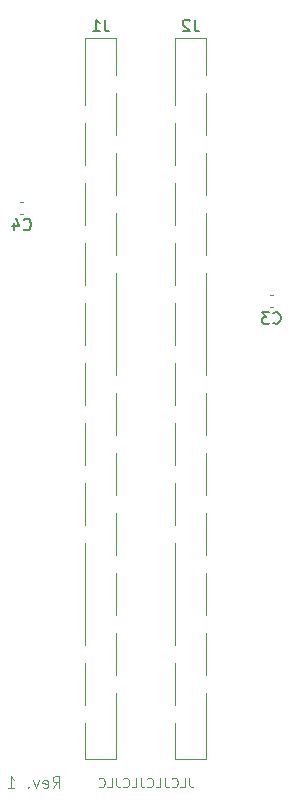
<source format=gbr>
G04 #@! TF.GenerationSoftware,KiCad,Pcbnew,9.0.6*
G04 #@! TF.CreationDate,2025-12-15T20:36:39+09:00*
G04 #@! TF.ProjectId,bionic-hd64180s,62696f6e-6963-42d6-9864-363431383073,1*
G04 #@! TF.SameCoordinates,Original*
G04 #@! TF.FileFunction,Legend,Bot*
G04 #@! TF.FilePolarity,Positive*
%FSLAX46Y46*%
G04 Gerber Fmt 4.6, Leading zero omitted, Abs format (unit mm)*
G04 Created by KiCad (PCBNEW 9.0.6) date 2025-12-15 20:36:39*
%MOMM*%
%LPD*%
G01*
G04 APERTURE LIST*
%ADD10C,0.100000*%
%ADD11C,0.125000*%
%ADD12C,0.150000*%
%ADD13C,0.120000*%
G04 APERTURE END LIST*
D10*
X117395238Y-136406895D02*
X117395238Y-136978323D01*
X117395238Y-136978323D02*
X117433333Y-137092609D01*
X117433333Y-137092609D02*
X117509524Y-137168800D01*
X117509524Y-137168800D02*
X117623809Y-137206895D01*
X117623809Y-137206895D02*
X117700000Y-137206895D01*
X116633333Y-137206895D02*
X117014285Y-137206895D01*
X117014285Y-137206895D02*
X117014285Y-136406895D01*
X115909523Y-137130704D02*
X115947619Y-137168800D01*
X115947619Y-137168800D02*
X116061904Y-137206895D01*
X116061904Y-137206895D02*
X116138095Y-137206895D01*
X116138095Y-137206895D02*
X116252381Y-137168800D01*
X116252381Y-137168800D02*
X116328571Y-137092609D01*
X116328571Y-137092609D02*
X116366666Y-137016419D01*
X116366666Y-137016419D02*
X116404762Y-136864038D01*
X116404762Y-136864038D02*
X116404762Y-136749752D01*
X116404762Y-136749752D02*
X116366666Y-136597371D01*
X116366666Y-136597371D02*
X116328571Y-136521180D01*
X116328571Y-136521180D02*
X116252381Y-136444990D01*
X116252381Y-136444990D02*
X116138095Y-136406895D01*
X116138095Y-136406895D02*
X116061904Y-136406895D01*
X116061904Y-136406895D02*
X115947619Y-136444990D01*
X115947619Y-136444990D02*
X115909523Y-136483085D01*
X115338095Y-136406895D02*
X115338095Y-136978323D01*
X115338095Y-136978323D02*
X115376190Y-137092609D01*
X115376190Y-137092609D02*
X115452381Y-137168800D01*
X115452381Y-137168800D02*
X115566666Y-137206895D01*
X115566666Y-137206895D02*
X115642857Y-137206895D01*
X114576190Y-137206895D02*
X114957142Y-137206895D01*
X114957142Y-137206895D02*
X114957142Y-136406895D01*
X113852380Y-137130704D02*
X113890476Y-137168800D01*
X113890476Y-137168800D02*
X114004761Y-137206895D01*
X114004761Y-137206895D02*
X114080952Y-137206895D01*
X114080952Y-137206895D02*
X114195238Y-137168800D01*
X114195238Y-137168800D02*
X114271428Y-137092609D01*
X114271428Y-137092609D02*
X114309523Y-137016419D01*
X114309523Y-137016419D02*
X114347619Y-136864038D01*
X114347619Y-136864038D02*
X114347619Y-136749752D01*
X114347619Y-136749752D02*
X114309523Y-136597371D01*
X114309523Y-136597371D02*
X114271428Y-136521180D01*
X114271428Y-136521180D02*
X114195238Y-136444990D01*
X114195238Y-136444990D02*
X114080952Y-136406895D01*
X114080952Y-136406895D02*
X114004761Y-136406895D01*
X114004761Y-136406895D02*
X113890476Y-136444990D01*
X113890476Y-136444990D02*
X113852380Y-136483085D01*
X113280952Y-136406895D02*
X113280952Y-136978323D01*
X113280952Y-136978323D02*
X113319047Y-137092609D01*
X113319047Y-137092609D02*
X113395238Y-137168800D01*
X113395238Y-137168800D02*
X113509523Y-137206895D01*
X113509523Y-137206895D02*
X113585714Y-137206895D01*
X112519047Y-137206895D02*
X112899999Y-137206895D01*
X112899999Y-137206895D02*
X112899999Y-136406895D01*
X111795237Y-137130704D02*
X111833333Y-137168800D01*
X111833333Y-137168800D02*
X111947618Y-137206895D01*
X111947618Y-137206895D02*
X112023809Y-137206895D01*
X112023809Y-137206895D02*
X112138095Y-137168800D01*
X112138095Y-137168800D02*
X112214285Y-137092609D01*
X112214285Y-137092609D02*
X112252380Y-137016419D01*
X112252380Y-137016419D02*
X112290476Y-136864038D01*
X112290476Y-136864038D02*
X112290476Y-136749752D01*
X112290476Y-136749752D02*
X112252380Y-136597371D01*
X112252380Y-136597371D02*
X112214285Y-136521180D01*
X112214285Y-136521180D02*
X112138095Y-136444990D01*
X112138095Y-136444990D02*
X112023809Y-136406895D01*
X112023809Y-136406895D02*
X111947618Y-136406895D01*
X111947618Y-136406895D02*
X111833333Y-136444990D01*
X111833333Y-136444990D02*
X111795237Y-136483085D01*
X111223809Y-136406895D02*
X111223809Y-136978323D01*
X111223809Y-136978323D02*
X111261904Y-137092609D01*
X111261904Y-137092609D02*
X111338095Y-137168800D01*
X111338095Y-137168800D02*
X111452380Y-137206895D01*
X111452380Y-137206895D02*
X111528571Y-137206895D01*
X110461904Y-137206895D02*
X110842856Y-137206895D01*
X110842856Y-137206895D02*
X110842856Y-136406895D01*
X109738094Y-137130704D02*
X109776190Y-137168800D01*
X109776190Y-137168800D02*
X109890475Y-137206895D01*
X109890475Y-137206895D02*
X109966666Y-137206895D01*
X109966666Y-137206895D02*
X110080952Y-137168800D01*
X110080952Y-137168800D02*
X110157142Y-137092609D01*
X110157142Y-137092609D02*
X110195237Y-137016419D01*
X110195237Y-137016419D02*
X110233333Y-136864038D01*
X110233333Y-136864038D02*
X110233333Y-136749752D01*
X110233333Y-136749752D02*
X110195237Y-136597371D01*
X110195237Y-136597371D02*
X110157142Y-136521180D01*
X110157142Y-136521180D02*
X110080952Y-136444990D01*
X110080952Y-136444990D02*
X109966666Y-136406895D01*
X109966666Y-136406895D02*
X109890475Y-136406895D01*
X109890475Y-136406895D02*
X109776190Y-136444990D01*
X109776190Y-136444990D02*
X109738094Y-136483085D01*
D11*
X105823240Y-137258119D02*
X106156573Y-136781928D01*
X106394668Y-137258119D02*
X106394668Y-136258119D01*
X106394668Y-136258119D02*
X106013716Y-136258119D01*
X106013716Y-136258119D02*
X105918478Y-136305738D01*
X105918478Y-136305738D02*
X105870859Y-136353357D01*
X105870859Y-136353357D02*
X105823240Y-136448595D01*
X105823240Y-136448595D02*
X105823240Y-136591452D01*
X105823240Y-136591452D02*
X105870859Y-136686690D01*
X105870859Y-136686690D02*
X105918478Y-136734309D01*
X105918478Y-136734309D02*
X106013716Y-136781928D01*
X106013716Y-136781928D02*
X106394668Y-136781928D01*
X105013716Y-137210500D02*
X105108954Y-137258119D01*
X105108954Y-137258119D02*
X105299430Y-137258119D01*
X105299430Y-137258119D02*
X105394668Y-137210500D01*
X105394668Y-137210500D02*
X105442287Y-137115261D01*
X105442287Y-137115261D02*
X105442287Y-136734309D01*
X105442287Y-136734309D02*
X105394668Y-136639071D01*
X105394668Y-136639071D02*
X105299430Y-136591452D01*
X105299430Y-136591452D02*
X105108954Y-136591452D01*
X105108954Y-136591452D02*
X105013716Y-136639071D01*
X105013716Y-136639071D02*
X104966097Y-136734309D01*
X104966097Y-136734309D02*
X104966097Y-136829547D01*
X104966097Y-136829547D02*
X105442287Y-136924785D01*
X104632763Y-136591452D02*
X104394668Y-137258119D01*
X104394668Y-137258119D02*
X104156573Y-136591452D01*
X103775620Y-137162880D02*
X103728001Y-137210500D01*
X103728001Y-137210500D02*
X103775620Y-137258119D01*
X103775620Y-137258119D02*
X103823239Y-137210500D01*
X103823239Y-137210500D02*
X103775620Y-137162880D01*
X103775620Y-137162880D02*
X103775620Y-137258119D01*
X102013716Y-137258119D02*
X102585144Y-137258119D01*
X102299430Y-137258119D02*
X102299430Y-136258119D01*
X102299430Y-136258119D02*
X102394668Y-136400976D01*
X102394668Y-136400976D02*
X102489906Y-136496214D01*
X102489906Y-136496214D02*
X102585144Y-136543833D01*
D12*
X103377566Y-89950580D02*
X103425185Y-89998200D01*
X103425185Y-89998200D02*
X103568042Y-90045819D01*
X103568042Y-90045819D02*
X103663280Y-90045819D01*
X103663280Y-90045819D02*
X103806137Y-89998200D01*
X103806137Y-89998200D02*
X103901375Y-89902961D01*
X103901375Y-89902961D02*
X103948994Y-89807723D01*
X103948994Y-89807723D02*
X103996613Y-89617247D01*
X103996613Y-89617247D02*
X103996613Y-89474390D01*
X103996613Y-89474390D02*
X103948994Y-89283914D01*
X103948994Y-89283914D02*
X103901375Y-89188676D01*
X103901375Y-89188676D02*
X103806137Y-89093438D01*
X103806137Y-89093438D02*
X103663280Y-89045819D01*
X103663280Y-89045819D02*
X103568042Y-89045819D01*
X103568042Y-89045819D02*
X103425185Y-89093438D01*
X103425185Y-89093438D02*
X103377566Y-89141057D01*
X102520423Y-89379152D02*
X102520423Y-90045819D01*
X102758518Y-88998200D02*
X102996613Y-89712485D01*
X102996613Y-89712485D02*
X102377566Y-89712485D01*
X117843333Y-72204819D02*
X117843333Y-72919104D01*
X117843333Y-72919104D02*
X117890952Y-73061961D01*
X117890952Y-73061961D02*
X117986190Y-73157200D01*
X117986190Y-73157200D02*
X118129047Y-73204819D01*
X118129047Y-73204819D02*
X118224285Y-73204819D01*
X117414761Y-72300057D02*
X117367142Y-72252438D01*
X117367142Y-72252438D02*
X117271904Y-72204819D01*
X117271904Y-72204819D02*
X117033809Y-72204819D01*
X117033809Y-72204819D02*
X116938571Y-72252438D01*
X116938571Y-72252438D02*
X116890952Y-72300057D01*
X116890952Y-72300057D02*
X116843333Y-72395295D01*
X116843333Y-72395295D02*
X116843333Y-72490533D01*
X116843333Y-72490533D02*
X116890952Y-72633390D01*
X116890952Y-72633390D02*
X117462380Y-73204819D01*
X117462380Y-73204819D02*
X116843333Y-73204819D01*
X110223333Y-72204819D02*
X110223333Y-72919104D01*
X110223333Y-72919104D02*
X110270952Y-73061961D01*
X110270952Y-73061961D02*
X110366190Y-73157200D01*
X110366190Y-73157200D02*
X110509047Y-73204819D01*
X110509047Y-73204819D02*
X110604285Y-73204819D01*
X109223333Y-73204819D02*
X109794761Y-73204819D01*
X109509047Y-73204819D02*
X109509047Y-72204819D01*
X109509047Y-72204819D02*
X109604285Y-72347676D01*
X109604285Y-72347676D02*
X109699523Y-72442914D01*
X109699523Y-72442914D02*
X109794761Y-72490533D01*
X124509266Y-97867780D02*
X124556885Y-97915400D01*
X124556885Y-97915400D02*
X124699742Y-97963019D01*
X124699742Y-97963019D02*
X124794980Y-97963019D01*
X124794980Y-97963019D02*
X124937837Y-97915400D01*
X124937837Y-97915400D02*
X125033075Y-97820161D01*
X125033075Y-97820161D02*
X125080694Y-97724923D01*
X125080694Y-97724923D02*
X125128313Y-97534447D01*
X125128313Y-97534447D02*
X125128313Y-97391590D01*
X125128313Y-97391590D02*
X125080694Y-97201114D01*
X125080694Y-97201114D02*
X125033075Y-97105876D01*
X125033075Y-97105876D02*
X124937837Y-97010638D01*
X124937837Y-97010638D02*
X124794980Y-96963019D01*
X124794980Y-96963019D02*
X124699742Y-96963019D01*
X124699742Y-96963019D02*
X124556885Y-97010638D01*
X124556885Y-97010638D02*
X124509266Y-97058257D01*
X124175932Y-96963019D02*
X123556885Y-96963019D01*
X123556885Y-96963019D02*
X123890218Y-97343971D01*
X123890218Y-97343971D02*
X123747361Y-97343971D01*
X123747361Y-97343971D02*
X123652123Y-97391590D01*
X123652123Y-97391590D02*
X123604504Y-97439209D01*
X123604504Y-97439209D02*
X123556885Y-97534447D01*
X123556885Y-97534447D02*
X123556885Y-97772542D01*
X123556885Y-97772542D02*
X123604504Y-97867780D01*
X123604504Y-97867780D02*
X123652123Y-97915400D01*
X123652123Y-97915400D02*
X123747361Y-97963019D01*
X123747361Y-97963019D02*
X124033075Y-97963019D01*
X124033075Y-97963019D02*
X124128313Y-97915400D01*
X124128313Y-97915400D02*
X124175932Y-97867780D01*
D13*
X103064633Y-87651000D02*
X103357167Y-87651000D01*
X103064633Y-88671000D02*
X103357167Y-88671000D01*
X116180000Y-74320000D02*
X116180000Y-73750000D01*
X116180000Y-79400000D02*
X116180000Y-74320000D01*
X116180000Y-84480000D02*
X116180000Y-80920000D01*
X116180000Y-89560000D02*
X116180000Y-86000000D01*
X116180000Y-94640000D02*
X116180000Y-91080000D01*
X116180000Y-99720000D02*
X116180000Y-96160000D01*
X116180000Y-104800000D02*
X116180000Y-101240000D01*
X116180000Y-109880000D02*
X116180000Y-106320000D01*
X116180000Y-114960000D02*
X116180000Y-111400000D01*
X116180000Y-121560000D02*
X116180000Y-116480000D01*
X116180000Y-125120000D02*
X116180000Y-121560000D01*
X116180000Y-130200000D02*
X116180000Y-126640000D01*
X116180000Y-134830000D02*
X116180000Y-131720000D01*
X118840000Y-73750000D02*
X116180000Y-73750000D01*
X118840000Y-76860000D02*
X118840000Y-73750000D01*
X118840000Y-81940000D02*
X118840000Y-78380000D01*
X118840000Y-87020000D02*
X118840000Y-83460000D01*
X118840000Y-92100000D02*
X118840000Y-88540000D01*
X118840000Y-98700000D02*
X118840000Y-93620000D01*
X118840000Y-102260000D02*
X118840000Y-98700000D01*
X118840000Y-107340000D02*
X118840000Y-103780000D01*
X118840000Y-112420000D02*
X118840000Y-108860000D01*
X118840000Y-117500000D02*
X118840000Y-113940000D01*
X118840000Y-122580000D02*
X118840000Y-119020000D01*
X118840000Y-127660000D02*
X118840000Y-124100000D01*
X118840000Y-134260000D02*
X118840000Y-129180000D01*
X118840000Y-134830000D02*
X116180000Y-134830000D01*
X118840000Y-134830000D02*
X118840000Y-134260000D01*
X108560000Y-75840000D02*
X108560000Y-73750000D01*
X108560000Y-79400000D02*
X108560000Y-75840000D01*
X108560000Y-84480000D02*
X108560000Y-80920000D01*
X108560000Y-89560000D02*
X108560000Y-86000000D01*
X108560000Y-94640000D02*
X108560000Y-91080000D01*
X108560000Y-99720000D02*
X108560000Y-96160000D01*
X108560000Y-104800000D02*
X108560000Y-101240000D01*
X108560000Y-109880000D02*
X108560000Y-106320000D01*
X108560000Y-114960000D02*
X108560000Y-111400000D01*
X108560000Y-121560000D02*
X108560000Y-116480000D01*
X108560000Y-125120000D02*
X108560000Y-121560000D01*
X108560000Y-130200000D02*
X108560000Y-126640000D01*
X108560000Y-134830000D02*
X108560000Y-131720000D01*
X111220000Y-73750000D02*
X108560000Y-73750000D01*
X111220000Y-76860000D02*
X111220000Y-73750000D01*
X111220000Y-81940000D02*
X111220000Y-78380000D01*
X111220000Y-87020000D02*
X111220000Y-83460000D01*
X111220000Y-92100000D02*
X111220000Y-88540000D01*
X111220000Y-98700000D02*
X111220000Y-93620000D01*
X111220000Y-102260000D02*
X111220000Y-98700000D01*
X111220000Y-107340000D02*
X111220000Y-103780000D01*
X111220000Y-112420000D02*
X111220000Y-108860000D01*
X111220000Y-117500000D02*
X111220000Y-113940000D01*
X111220000Y-122580000D02*
X111220000Y-119020000D01*
X111220000Y-127660000D02*
X111220000Y-124100000D01*
X111220000Y-134260000D02*
X111220000Y-129180000D01*
X111220000Y-134830000D02*
X108560000Y-134830000D01*
X111220000Y-134830000D02*
X111220000Y-134260000D01*
X124489967Y-95550400D02*
X124197433Y-95550400D01*
X124489967Y-96570400D02*
X124197433Y-96570400D01*
M02*

</source>
